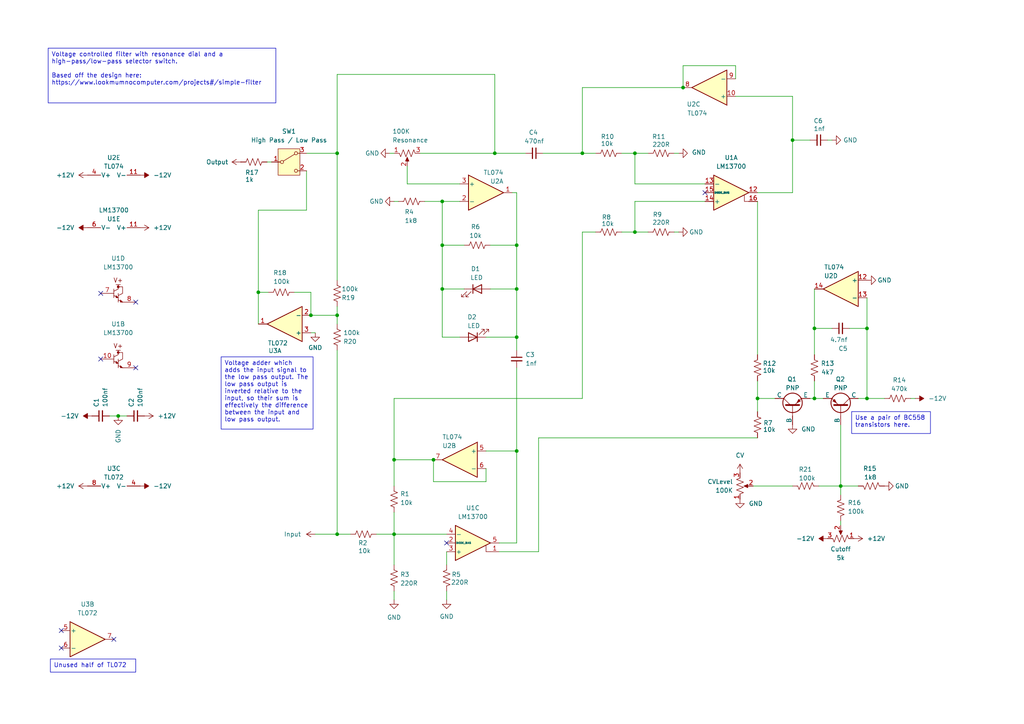
<source format=kicad_sch>
(kicad_sch (version 20231120) (generator "eeschema") (generator_version "8.0")
  (paper "A4")
  (lib_symbols
    (symbol "Amplifier_Operational:LM13700" (pin_names (offset 0.127))
      (property "Reference" "U" (at 3.81 5.08 0))
      (property "Value" "LM13700" (at 5.08 -5.08 0))
      (symbol "LM13700_1_1"
        (polyline (pts (xy 3.81 -0.635) (xy 3.81 -2.54) (xy 5.08 -2.54)))
        (polyline (pts (xy 5.08 0) (xy -5.08 -5.08) (xy -5.08 5.08) (xy 5.08 0)) (stroke (width 0.254)) (fill (type background)))
        (pin output line (at 7.62 0 180) (length 2.54) (name "~") (number "12"))
        (pin input line (at -7.62 2.54 0) (length 2.54) (name "-") (number "13"))
        (pin input line (at -7.62 -2.54 0) (length 2.54) (name "+") (number "14"))
        (pin input line (at -7.62 0 0) (length 2.54) (name "DIODE_BIAS") (number "15"))
        (pin input line (at 7.62 -2.54 180) (length 2.54) (name "~") (number "16"))
      )
      (symbol "LM13700_2_0"
        (polyline (pts (xy -1.905 2.54) (xy -3.175 2.54)))
      )
      (symbol "LM13700_2_1"
        (circle (center -2.54 1.905) (radius 0.254) (stroke (width 0.254)) (fill (type outline)))
        (polyline (pts (xy -3.81 -0.635) (xy -2.54 -1.27)))
        (polyline (pts (xy -3.81 1.27) (xy -3.81 -1.27)))
        (polyline (pts (xy -2.54 -1.905) (xy -1.27 -2.54)))
        (polyline (pts (xy -2.54 0) (xy -2.54 -2.54)))
        (polyline (pts (xy -3.81 0.635) (xy -2.54 1.27) (xy -2.54 1.905) (xy -2.54 2.54)))
        (polyline (pts (xy -2.54 -1.27) (xy -3.175 -0.635) (xy -3.175 -1.27) (xy -2.54 -1.27)) (fill (type outline)))
        (polyline (pts (xy -2.54 -0.635) (xy -1.27 0) (xy -1.27 1.905) (xy -2.54 1.905)))
        (polyline (pts (xy -1.27 -2.54) (xy -1.905 -1.905) (xy -1.905 -2.54) (xy -1.27 -2.54)) (fill (type outline)))
        (text "V+" (at -2.54 3.81 0) (effects (font (size 1.27 1.27))))
        (pin input line (at -7.62 0 0) (length 3.81) (name "~") (number "10"))
        (pin output line (at 2.54 -2.54 180) (length 3.81) (name "~") (number "9"))
      )
      (symbol "LM13700_3_1"
        (polyline (pts (xy 3.81 -0.635) (xy 3.81 -2.54) (xy 5.08 -2.54)))
        (polyline (pts (xy 5.08 0) (xy -5.08 -5.08) (xy -5.08 5.08) (xy 5.08 0)) (stroke (width 0.254)) (fill (type background)))
        (pin input line (at 7.62 -2.54 180) (length 2.54) (name "~") (number "1"))
        (pin input line (at -7.62 0 0) (length 2.54) (name "DIODE_BIAS") (number "2"))
        (pin input line (at -7.62 -2.54 0) (length 2.54) (name "+") (number "3"))
        (pin input line (at -7.62 2.54 0) (length 2.54) (name "-") (number "4"))
        (pin output line (at 7.62 0 180) (length 2.54) (name "~") (number "5"))
      )
      (symbol "LM13700_4_0"
        (polyline (pts (xy -3.175 2.54) (xy -1.905 2.54)))
        (text "V+" (at -2.54 3.81 0) (effects (font (size 1.27 1.27))))
      )
      (symbol "LM13700_4_1"
        (circle (center -2.54 1.905) (radius 0.254) (stroke (width 0.254)) (fill (type outline)))
        (polyline (pts (xy -3.81 -0.635) (xy -2.54 -1.27)))
        (polyline (pts (xy -3.81 1.27) (xy -3.81 -1.27)))
        (polyline (pts (xy -2.54 -1.905) (xy -1.27 -2.54)))
        (polyline (pts (xy -2.54 0) (xy -2.54 -2.54)))
        (polyline (pts (xy -3.81 0.635) (xy -2.54 1.27) (xy -2.54 2.54)))
        (polyline (pts (xy -2.54 -1.27) (xy -3.175 -0.635) (xy -3.175 -1.27) (xy -2.54 -1.27)) (fill (type outline)))
        (polyline (pts (xy -2.54 -0.635) (xy -1.27 0) (xy -1.27 1.905) (xy -2.54 1.905)))
        (polyline (pts (xy -1.27 -2.54) (xy -1.905 -1.905) (xy -1.905 -2.54) (xy -1.27 -2.54)) (fill (type outline)))
        (pin input line (at -7.62 0 0) (length 3.81) (name "~") (number "7"))
        (pin output line (at 2.54 -2.54 180) (length 3.81) (name "~") (number "8"))
      )
      (symbol "LM13700_5_1"
        (pin power_in line (at -2.54 7.62 270) (length 3.81) (name "V+") (number "11"))
        (pin power_in line (at -2.54 -7.62 90) (length 3.81) (name "V-") (number "6"))
      )
    )
    (symbol "Amplifier_Operational:TL072" (pin_names (offset 0.127))
      (property "Reference" "U" (at 0 5.08 0))
      (property "Value" "TL072" (at 0 -5.08 0))
      (symbol "TL072_1_1"
        (polyline (pts (xy -5.08 5.08) (xy 5.08 0) (xy -5.08 -5.08) (xy -5.08 5.08)) (stroke (width 0.254)) (fill (type background)))
        (pin output line (at 7.62 0 180) (length 2.54) (name "~") (number "1"))
        (pin input line (at -7.62 -2.54 0) (length 2.54) (name "-") (number "2"))
        (pin input line (at -7.62 2.54 0) (length 2.54) (name "+") (number "3"))
      )
      (symbol "TL072_2_1"
        (polyline (pts (xy -5.08 5.08) (xy 5.08 0) (xy -5.08 -5.08) (xy -5.08 5.08)) (stroke (width 0.254)) (fill (type background)))
        (pin input line (at -7.62 2.54 0) (length 2.54) (name "+") (number "5"))
        (pin input line (at -7.62 -2.54 0) (length 2.54) (name "-") (number "6"))
        (pin output line (at 7.62 0 180) (length 2.54) (name "~") (number "7"))
      )
      (symbol "TL072_3_1"
        (pin power_in line (at -2.54 -7.62 90) (length 3.81) (name "V-") (number "4"))
        (pin power_in line (at -2.54 7.62 270) (length 3.81) (name "V+") (number "8"))
      )
    )
    (symbol "Amplifier_Operational:TL074" (pin_names (offset 0.127))
      (property "Reference" "U" (at 0 5.08 0))
      (property "Value" "TL074" (at 0 -5.08 0))
      (symbol "TL074_1_1"
        (polyline (pts (xy -5.08 5.08) (xy 5.08 0) (xy -5.08 -5.08) (xy -5.08 5.08)) (stroke (width 0.254)) (fill (type background)))
        (pin output line (at 7.62 0 180) (length 2.54) (name "~") (number "1"))
        (pin input line (at -7.62 -2.54 0) (length 2.54) (name "-") (number "2"))
        (pin input line (at -7.62 2.54 0) (length 2.54) (name "+") (number "3"))
      )
      (symbol "TL074_2_1"
        (polyline (pts (xy -5.08 5.08) (xy 5.08 0) (xy -5.08 -5.08) (xy -5.08 5.08)) (stroke (width 0.254)) (fill (type background)))
        (pin input line (at -7.62 2.54 0) (length 2.54) (name "+") (number "5"))
        (pin input line (at -7.62 -2.54 0) (length 2.54) (name "-") (number "6"))
        (pin output line (at 7.62 0 180) (length 2.54) (name "~") (number "7"))
      )
      (symbol "TL074_3_1"
        (polyline (pts (xy -5.08 5.08) (xy 5.08 0) (xy -5.08 -5.08) (xy -5.08 5.08)) (stroke (width 0.254)) (fill (type background)))
        (pin input line (at -7.62 2.54 0) (length 2.54) (name "+") (number "10"))
        (pin output line (at 7.62 0 180) (length 2.54) (name "~") (number "8"))
        (pin input line (at -7.62 -2.54 0) (length 2.54) (name "-") (number "9"))
      )
      (symbol "TL074_4_1"
        (polyline (pts (xy -5.08 5.08) (xy 5.08 0) (xy -5.08 -5.08) (xy -5.08 5.08)) (stroke (width 0.254)) (fill (type background)))
        (pin input line (at -7.62 2.54 0) (length 2.54) (name "+") (number "12"))
        (pin input line (at -7.62 -2.54 0) (length 2.54) (name "-") (number "13"))
        (pin output line (at 7.62 0 180) (length 2.54) (name "~") (number "14"))
      )
      (symbol "TL074_5_1"
        (pin power_in line (at -2.54 -7.62 90) (length 3.81) (name "V-") (number "11"))
        (pin power_in line (at -2.54 7.62 270) (length 3.81) (name "V+") (number "4"))
      )
    )
    (symbol "Device:C_Small" (pin_numbers hide) (pin_names (offset 0.254) hide)
      (property "Reference" "C" (at 0.254 1.778 0))
      (property "Value" "C_Small" (at 0.254 -2.032 0))
      (symbol "C_Small_0_1"
        (polyline (pts (xy -1.524 -0.508) (xy 1.524 -0.508)) (stroke (width 0.3302)))
        (polyline (pts (xy -1.524 0.508) (xy 1.524 0.508)) (stroke (width 0.3048)))
      )
      (symbol "C_Small_1_1"
        (pin passive line (at 0 2.54 270) (length 2.032) (name "~") (number "1"))
        (pin passive line (at 0 -2.54 90) (length 2.032) (name "~") (number "2"))
      )
    )
    (symbol "Device:LED" (pin_numbers hide) (pin_names (offset 1.016) hide)
      (property "Reference" "D" (at 0 2.54 0))
      (property "Value" "LED" (at 0 -2.54 0))
      (symbol "LED_0_1"
        (polyline (pts (xy -1.27 -1.27) (xy -1.27 1.27)) (stroke (width 0.254)))
        (polyline (pts (xy -1.27 0) (xy 1.27 0)))
        (polyline (pts (xy 1.27 -1.27) (xy 1.27 1.27) (xy -1.27 0) (xy 1.27 -1.27)) (stroke (width 0.254)))
        (polyline (pts (xy -3.048 -0.762) (xy -4.572 -2.286) (xy -3.81 -2.286) (xy -4.572 -2.286) (xy -4.572 -1.524)))
        (polyline (pts (xy -1.778 -0.762) (xy -3.302 -2.286) (xy -2.54 -2.286) (xy -3.302 -2.286) (xy -3.302 -1.524)))
      )
      (symbol "LED_1_1"
        (pin passive line (at -3.81 0 0) (length 2.54) (name "K") (number "1"))
        (pin passive line (at 3.81 0 180) (length 2.54) (name "A") (number "2"))
      )
    )
    (symbol "Device:R_Potentiometer_US" (pin_names (offset 1.016) hide)
      (property "Reference" "RV" (at -4.445 0 90))
      (property "Value" "R_Potentiometer_US" (at -2.54 0 90))
      (symbol "R_Potentiometer_US_0_1"
        (polyline (pts (xy 0 -2.286) (xy 0 -2.54)))
        (polyline (pts (xy 0 2.54) (xy 0 2.286)))
        (polyline (pts (xy 2.54 0) (xy 1.524 0)))
        (polyline (pts (xy 1.143 0) (xy 2.286 0.508) (xy 2.286 -0.508) (xy 1.143 0)) (fill (type outline)))
        (polyline (pts (xy 0 -0.762) (xy 1.016 -1.143) (xy 0 -1.524) (xy -1.016 -1.905) (xy 0 -2.286)))
        (polyline (pts (xy 0 0.762) (xy 1.016 0.381) (xy 0 0) (xy -1.016 -0.381) (xy 0 -0.762)))
        (polyline (pts (xy 0 2.286) (xy 1.016 1.905) (xy 0 1.524) (xy -1.016 1.143) (xy 0 0.762)))
      )
      (symbol "R_Potentiometer_US_1_1"
        (pin passive line (at 0 3.81 270) (length 1.27) (name "1") (number "1"))
        (pin passive line (at 3.81 0 180) (length 1.27) (name "2") (number "2"))
        (pin passive line (at 0 -3.81 90) (length 1.27) (name "3") (number "3"))
      )
    )
    (symbol "Device:R_US" (pin_numbers hide) (pin_names (offset 0))
      (property "Reference" "R" (at 2.54 0 90))
      (property "Value" "R_US" (at -2.54 0 90))
      (symbol "R_US_0_1"
        (polyline (pts (xy 0 -2.286) (xy 0 -2.54)))
        (polyline (pts (xy 0 2.286) (xy 0 2.54)))
        (polyline (pts (xy 0 -0.762) (xy 1.016 -1.143) (xy 0 -1.524) (xy -1.016 -1.905) (xy 0 -2.286)))
        (polyline (pts (xy 0 0.762) (xy 1.016 0.381) (xy 0 0) (xy -1.016 -0.381) (xy 0 -0.762)))
        (polyline (pts (xy 0 2.286) (xy 1.016 1.905) (xy 0 1.524) (xy -1.016 1.143) (xy 0 0.762)))
      )
      (symbol "R_US_1_1"
        (pin passive line (at 0 3.81 270) (length 1.27) (name "~") (number "1"))
        (pin passive line (at 0 -3.81 90) (length 1.27) (name "~") (number "2"))
      )
    )
    (symbol "Simulation_SPICE:PNP" (pin_numbers hide) (pin_names (offset 0))
      (property "Reference" "Q" (at -2.54 7.62 0))
      (property "Value" "PNP" (at -2.54 5.08 0))
      (symbol "PNP_0_1"
        (polyline (pts (xy -2.54 0) (xy 0.635 0)) (stroke (width 0.1524)))
        (polyline (pts (xy 0.635 0.635) (xy 2.54 2.54)))
        (polyline (pts (xy 0.635 -0.635) (xy 2.54 -2.54) (xy 2.54 -2.54)))
        (polyline (pts (xy 0.635 1.905) (xy 0.635 -1.905) (xy 0.635 -1.905)) (stroke (width 0.508)))
        (polyline (pts (xy 2.286 -1.778) (xy 1.778 -2.286) (xy 1.27 -1.27) (xy 2.286 -1.778) (xy 2.286 -1.778)) (fill (type outline)))
        (circle (center 1.27 0) (radius 2.8194) (stroke (width 0.254)))
      )
      (symbol "PNP_1_1"
        (pin open_collector line (at 2.54 5.08 270) (length 2.54) (name "C") (number "1"))
        (pin input line (at -5.08 0 0) (length 2.54) (name "B") (number "2"))
        (pin open_emitter line (at 2.54 -5.08 90) (length 2.54) (name "E") (number "3"))
      )
    )
    (symbol "Switch:SW_SPDT_312" (pin_names (offset 1) hide)
      (property "Reference" "SW" (at 0 5.08 0))
      (property "Value" "SW_SPDT_312" (at 0 -5.08 0))
      (symbol "SW_SPDT_312_0_1"
        (circle (center -2.032 0) (radius 0.4572))
        (polyline (pts (xy -1.651 0.254) (xy 1.651 2.286)))
        (circle (center 2.032 -2.54) (radius 0.4572))
        (circle (center 2.032 2.54) (radius 0.4572))
      )
      (symbol "SW_SPDT_312_1_1"
        (rectangle (start -3.175 3.81) (end 3.175 -3.81) (fill (type background)))
        (pin passive line (at -5.08 0 0) (length 2.54) (name "B") (number "1"))
        (pin passive line (at 5.08 -2.54 180) (length 2.54) (name "C") (number "2"))
        (pin passive line (at 5.08 2.54 180) (length 2.54) (name "A") (number "3"))
      )
    )
    (symbol "power:+12V" (power) (pin_names (offset 0))
      (property "Value" "+12V" (at 0 3.556 0))
      (symbol "+12V_0_1"
        (polyline (pts (xy -0.762 1.27) (xy 0 2.54)))
        (polyline (pts (xy 0 0) (xy 0 2.54)))
        (polyline (pts (xy 0 2.54) (xy 0.762 1.27)))
      )
      (symbol "+12V_1_1"
        (pin power_in line (at 0 0 90) (length 0) hide (name "+12V") (number "1"))
      )
    )
    (symbol "power:+1V0" (power) (pin_numbers hide) (pin_names (offset 0) hide)
      (property "Value" "+1V0" (at 0 3.556 0))
      (symbol "+1V0_0_1"
        (polyline (pts (xy -0.762 1.27) (xy 0 2.54)))
        (polyline (pts (xy 0 0) (xy 0 2.54)))
        (polyline (pts (xy 0 2.54) (xy 0.762 1.27)))
      )
      (symbol "+1V0_1_1"
        (pin power_in line (at 0 0 90) (length 0) (name "~") (number "1"))
      )
    )
    (symbol "power:-12V" (power) (pin_names (offset 0))
      (property "Value" "-12V" (at 0 3.81 0))
      (symbol "-12V_0_0"
        (pin power_in line (at 0 0 90) (length 0) hide (name "-12V") (number "1"))
      )
      (symbol "-12V_0_1"
        (polyline (pts (xy 0 0) (xy 0 1.27) (xy 0.762 1.27) (xy 0 2.54) (xy -0.762 1.27) (xy 0 1.27)) (fill (type outline)))
      )
    )
    (symbol "power:GND" (power) (pin_names (offset 0))
      (property "Value" "GND" (at 0 -3.81 0))
      (symbol "GND_0_1"
        (polyline (pts (xy 0 0) (xy 0 -1.27) (xy 1.27 -1.27) (xy 0 -2.54) (xy -1.27 -1.27) (xy 0 -1.27)))
      )
      (symbol "GND_1_1"
        (pin power_in line (at 0 0 270) (length 0) hide (name "GND") (number "1"))
      )
    )
  )
  (junction (at 128.27 58.42))
  (junction (at 236.22 95.25))
  (junction (at 251.46 115.57))
  (junction (at 143.51 44.45))
  (junction (at 236.22 115.57))
  (junction (at 198.12 25.4))
  (junction (at 149.86 130.81))
  (junction (at 168.91 44.45))
  (junction (at 229.87 40.64))
  (junction (at 251.46 95.25))
  (junction (at 74.93 84.7725))
  (junction (at 128.27 71.12))
  (junction (at 114.3 133.35))
  (junction (at 243.84 140.97))
  (junction (at 97.79 91.44))
  (junction (at 34.29 120.65))
  (junction (at 149.86 97.79))
  (junction (at 97.79 154.94))
  (junction (at 149.86 83.82))
  (junction (at 219.71 115.57))
  (junction (at 125.73 133.35))
  (junction (at 97.79 44.45))
  (junction (at 90.17 91.44))
  (junction (at 184.15 44.45))
  (junction (at 184.15 67.31))
  (junction (at 128.27 83.82))
  (junction (at 114.3 154.94))
  (junction (at 149.86 71.12))
  (no_connect (at 17.78 182.88))
  (no_connect (at 204.47 55.88))
  (no_connect (at 17.78 187.96))
  (no_connect (at 33.02 185.42))
  (no_connect (at 39.37 87.63))
  (no_connect (at 29.21 85.09))
  (no_connect (at 39.37 106.68))
  (no_connect (at 29.21 104.14))
  (no_connect (at 129.54 157.48))
  (wire (pts (xy 236.22 115.57) (xy 234.95 115.57)))
  (wire (pts (xy 78.74 46.99) (xy 77.47 46.99)))
  (wire (pts (xy 114.3 133.35) (xy 125.73 133.35)))
  (wire (pts (xy 219.71 58.42) (xy 219.71 102.87)))
  (wire (pts (xy 237.49 140.97) (xy 243.84 140.97)))
  (wire (pts (xy 88.9 44.45) (xy 97.79 44.45)))
  (wire (pts (xy 195.58 67.31) (xy 196.85 67.31)))
  (wire (pts (xy 168.91 67.31) (xy 168.91 115.57)))
  (wire (pts (xy 256.54 115.57) (xy 251.46 115.57)))
  (wire (pts (xy 184.15 53.34) (xy 204.47 53.34)))
  (wire (pts (xy 219.71 115.57) (xy 219.71 119.38)))
  (wire (pts (xy 198.12 19.05) (xy 198.12 25.4)))
  (wire (pts (xy 129.54 163.83) (xy 129.54 160.02)))
  (wire (pts (xy 229.87 27.94) (xy 229.87 40.64)))
  (wire (pts (xy 229.87 40.64) (xy 234.95 40.64)))
  (wire (pts (xy 97.79 81.28) (xy 97.79 44.45)))
  (wire (pts (xy 128.27 83.82) (xy 128.27 97.79)))
  (wire (pts (xy 140.97 97.79) (xy 149.86 97.79)))
  (wire (pts (xy 149.86 106.68) (xy 149.86 130.81)))
  (wire (pts (xy 148.59 55.88) (xy 149.86 55.88)))
  (wire (pts (xy 97.79 154.94) (xy 101.6 154.94)))
  (wire (pts (xy 184.15 58.42) (xy 184.15 67.31)))
  (wire (pts (xy 128.27 83.82) (xy 134.62 83.82)))
  (wire (pts (xy 219.71 110.49) (xy 219.71 115.57)))
  (wire (pts (xy 128.27 58.42) (xy 128.27 71.12)))
  (wire (pts (xy 97.79 101.6) (xy 97.79 154.94)))
  (wire (pts (xy 77.7875 84.7725) (xy 74.93 84.7725)))
  (wire (pts (xy 180.34 44.45) (xy 184.15 44.45)))
  (wire (pts (xy 114.3 173.99) (xy 114.3 171.45)))
  (wire (pts (xy 251.46 115.57) (xy 248.92 115.57)))
  (wire (pts (xy 123.19 58.42) (xy 128.27 58.42)))
  (wire (pts (xy 184.15 44.45) (xy 184.15 53.34)))
  (wire (pts (xy 149.86 83.82) (xy 149.86 97.79)))
  (wire (pts (xy 140.97 135.89) (xy 140.97 139.7)))
  (wire (pts (xy 118.11 53.34) (xy 133.35 53.34)))
  (wire (pts (xy 243.84 123.19) (xy 243.84 140.97)))
  (wire (pts (xy 168.91 67.31) (xy 172.72 67.31)))
  (wire (pts (xy 213.36 27.94) (xy 229.87 27.94)))
  (wire (pts (xy 133.35 58.42) (xy 128.27 58.42)))
  (wire (pts (xy 140.97 130.81) (xy 149.86 130.81)))
  (wire (pts (xy 142.24 71.12) (xy 149.86 71.12)))
  (wire (pts (xy 74.93 60.96) (xy 88.9 60.96)))
  (wire (pts (xy 168.91 44.45) (xy 157.48 44.45)))
  (wire (pts (xy 129.54 173.99) (xy 129.54 171.45)))
  (wire (pts (xy 184.15 67.31) (xy 187.96 67.31)))
  (wire (pts (xy 97.79 91.44) (xy 97.79 93.98)))
  (wire (pts (xy 114.3 115.57) (xy 168.91 115.57)))
  (wire (pts (xy 218.44 140.97) (xy 229.87 140.97)))
  (wire (pts (xy 156.21 127) (xy 219.71 127)))
  (wire (pts (xy 113.03 44.45) (xy 114.3 44.45)))
  (wire (pts (xy 243.84 140.97) (xy 248.92 140.97)))
  (wire (pts (xy 213.36 22.86) (xy 213.36 19.05)))
  (wire (pts (xy 251.46 95.25) (xy 251.46 115.57)))
  (wire (pts (xy 140.97 139.7) (xy 125.73 139.7)))
  (wire (pts (xy 74.93 84.7725) (xy 74.93 93.98)))
  (wire (pts (xy 144.78 160.02) (xy 156.21 160.02)))
  (wire (pts (xy 180.34 67.31) (xy 184.15 67.31)))
  (wire (pts (xy 236.22 95.25) (xy 241.3 95.25)))
  (wire (pts (xy 118.11 48.26) (xy 118.11 53.34)))
  (wire (pts (xy 168.91 44.45) (xy 172.72 44.45)))
  (wire (pts (xy 156.21 160.02) (xy 156.21 127)))
  (wire (pts (xy 246.38 95.25) (xy 251.46 95.25)))
  (wire (pts (xy 114.3 140.97) (xy 114.3 133.35)))
  (wire (pts (xy 90.17 91.44) (xy 90.17 84.7725)))
  (wire (pts (xy 195.58 44.45) (xy 196.85 44.45)))
  (wire (pts (xy 264.16 115.57) (xy 265.43 115.57)))
  (wire (pts (xy 149.86 71.12) (xy 149.86 83.82)))
  (wire (pts (xy 213.36 19.05) (xy 198.12 19.05)))
  (wire (pts (xy 236.22 83.82) (xy 236.22 95.25)))
  (wire (pts (xy 219.71 115.57) (xy 224.79 115.57)))
  (wire (pts (xy 36.83 120.65) (xy 34.29 120.65)))
  (wire (pts (xy 243.84 143.51) (xy 243.84 140.97)))
  (wire (pts (xy 184.15 44.45) (xy 187.96 44.45)))
  (wire (pts (xy 34.29 120.65) (xy 31.75 120.65)))
  (wire (pts (xy 128.27 97.79) (xy 133.35 97.79)))
  (wire (pts (xy 143.51 44.45) (xy 152.4 44.45)))
  (wire (pts (xy 74.93 60.96) (xy 74.93 84.7725)))
  (wire (pts (xy 97.79 21.59) (xy 97.79 44.45)))
  (wire (pts (xy 229.87 40.64) (xy 229.87 55.88)))
  (wire (pts (xy 149.86 130.81) (xy 149.86 157.48)))
  (wire (pts (xy 91.44 154.94) (xy 97.79 154.94)))
  (wire (pts (xy 97.79 21.59) (xy 143.51 21.59)))
  (wire (pts (xy 114.3 154.94) (xy 114.3 163.83)))
  (wire (pts (xy 90.17 91.44) (xy 97.79 91.44)))
  (wire (pts (xy 125.73 139.7) (xy 125.73 133.35)))
  (wire (pts (xy 251.46 86.36) (xy 251.46 95.25)))
  (wire (pts (xy 114.3 154.94) (xy 129.54 154.94)))
  (wire (pts (xy 91.44 96.52) (xy 90.17 96.52)))
  (wire (pts (xy 109.22 154.94) (xy 114.3 154.94)))
  (wire (pts (xy 149.86 55.88) (xy 149.86 71.12)))
  (wire (pts (xy 142.24 83.82) (xy 149.86 83.82)))
  (wire (pts (xy 240.03 40.64) (xy 241.3 40.64)))
  (wire (pts (xy 90.17 84.7725) (xy 85.4075 84.7725)))
  (wire (pts (xy 168.91 25.4) (xy 198.12 25.4)))
  (wire (pts (xy 144.78 157.48) (xy 149.86 157.48)))
  (wire (pts (xy 219.71 55.88) (xy 229.87 55.88)))
  (wire (pts (xy 114.3 148.59) (xy 114.3 154.94)))
  (wire (pts (xy 143.51 21.59) (xy 143.51 44.45)))
  (wire (pts (xy 204.47 58.42) (xy 184.15 58.42)))
  (wire (pts (xy 128.27 71.12) (xy 134.62 71.12)))
  (wire (pts (xy 168.91 25.4) (xy 168.91 44.45)))
  (wire (pts (xy 97.79 88.9) (xy 97.79 91.44)))
  (wire (pts (xy 114.3 115.57) (xy 114.3 133.35)))
  (wire (pts (xy 236.22 95.25) (xy 236.22 102.87)))
  (wire (pts (xy 115.57 58.42) (xy 114.3 58.42)))
  (wire (pts (xy 88.9 49.53) (xy 88.9 60.96)))
  (wire (pts (xy 149.86 97.79) (xy 149.86 101.6)))
  (wire (pts (xy 236.22 110.49) (xy 236.22 115.57)))
  (wire (pts (xy 243.84 151.13) (xy 243.84 152.4)))
  (wire (pts (xy 128.27 71.12) (xy 128.27 83.82)))
  (wire (pts (xy 121.92 44.45) (xy 143.51 44.45)))
  (wire (pts (xy 238.76 115.57) (xy 236.22 115.57)))
  (text_box "Unused half of TL072" (at 14.605 191.135 0) (size 24.765 3.81) (effects (font (size 1.27 1.27)) (justify left top)))
  (text_box "Use a pair of BC558 transistors here." (at 247.015 119.38 0) (size 22.86 6.35) (effects (font (size 1.27 1.27)) (justify left top)))
  (text_box "Voltage controlled filter with resonance dial and a high-pass/low-pass selector switch.\n\nBased off the design here: https://www.lookmumnocomputer.com/projects#/simple-filter" (at 13.97 13.97 0) (size 66.04 15.875) (effects (font (size 1.27 1.27)) (justify left top)))
  (text_box "Voltage adder which adds the input signal to the low pass output. The low pass output is inverted relative to the input, so their sum is effectively the difference between the input and low pass output." (at 64.135 103.505 0) (size 26.67 20.955) (effects (font (size 1.27 1.27)) (justify left top)))
  (symbol (lib_id "Device:R_US") (at 129.54 167.64 0) (mirror x) (unit 1)
    (property "Reference" "R5" (at 132.334 166.624 0))
    (property "Value" "220R" (at 133.35 168.91 0))
  )
  (symbol (lib_id "power:GND") (at 114.3 58.42 270) (unit 1)
    (property "Reference" "#PWR011" (effects (hide yes)))
    (property "Value" "GND" (at 109.22 58.42 90))
  )
  (symbol (lib_id "Simulation_SPICE:PNP") (at 229.87 118.11 90) (unit 1)
    (property "Reference" "Q2" (at 245.11 109.982 90) (effects (justify left)))
    (property "Value" "PNP" (at 245.872 112.522 90) (effects (justify left)))
    (property "Sim.Device" "PNP" (effects (hide yes)))
    (property "Sim.Type" "GUMMELPOON" (effects (hide yes)))
    (property "Sim.Pins" "1=C 2=B 3=E" (effects (hide yes)))
  )
  (symbol (lib_id "Device:R_US") (at 114.3 167.64 0) (unit 1)
    (property "Reference" "R3" (at 116.078 166.624 0) (effects (justify left)))
    (property "Value" "220R" (at 116.078 169.164 0) (effects (justify left)))
  )
  (symbol (lib_id "Device:R_US") (at 138.43 71.12 270) (unit 1)
    (property "Reference" "R6" (at 137.922 65.786 90))
    (property "Value" "10k" (at 137.922 68.326 90))
  )
  (symbol (lib_id "power:+1V0") (at 69.85 46.99 90) (unit 1)
    (property "Reference" "#PWR08" (effects (hide yes)))
    (property "Value" "Output" (at 62.992 46.99 90))
    (property "Description" "Power symbol creates a global label with name \"+1V0\"" (effects (hide yes)))
  )
  (symbol (lib_id "Device:C_Small") (at 29.21 120.65 90) (unit 1)
    (property "Reference" "C1" (at 27.9463 118.11 0) (effects (justify left)))
    (property "Value" "100nf" (at 30.4863 118.11 0) (effects (justify left)))
  )
  (symbol (lib_id "power:GND") (at 91.44 96.52 0) (unit 1)
    (property "Reference" "#PWR025" (effects (hide yes)))
    (property "Value" "GND" (at 91.44 100.838 0))
  )
  (symbol (lib_id "power:GND") (at 241.3 40.64 90) (unit 1)
    (property "Reference" "#PWR017" (effects (hide yes)))
    (property "Value" "GND" (at 246.634 40.64 90))
  )
  (symbol (lib_id "Amplifier_Operational:LM13700") (at 33.02 68.58 270) (unit 5)
    (property "Reference" "U1" (at 33.02 63.5 90))
    (property "Value" "LM13700" (at 33.02 60.96 90))
    (property "Datasheet" "http://www.ti.com/lit/ds/symlink/lm13700.pdf" (effects (hide yes)))
  )
  (symbol (lib_id "Amplifier_Operational:TL072") (at 25.4 185.42 0) (unit 2)
    (property "Reference" "U3" (at 25.4 175.26 0))
    (property "Value" "TL072" (at 25.4 177.8 0))
    (property "Datasheet" "http://www.ti.com/lit/ds/symlink/tl071.pdf" (effects (hide yes)))
    (property "Description" "Dual Low-Noise JFET-Input Operational Amplifiers, DIP-8/SOIC-8" (effects (hide yes)))
  )
  (symbol (lib_id "Device:R_US") (at 114.3 144.78 0) (unit 1)
    (property "Reference" "R1" (at 116.078 143.256 0) (effects (justify left)))
    (property "Value" "10k" (at 116.078 145.796 0) (effects (justify left)))
  )
  (symbol (lib_id "Amplifier_Operational:TL072") (at 33.02 138.43 90) (unit 3)
    (property "Reference" "U3" (at 33.02 135.89 90))
    (property "Value" "TL072" (at 33.02 138.43 90))
    (property "Datasheet" "http://www.ti.com/lit/ds/symlink/tl071.pdf" (effects (hide yes)))
    (property "Description" "Dual Low-Noise JFET-Input Operational Amplifiers, DIP-8/SOIC-8" (effects (hide yes)))
  )
  (symbol (lib_id "power:GND") (at 256.54 140.97 90) (mirror x) (unit 1)
    (property "Reference" "#PWR020" (effects (hide yes)))
    (property "Value" "GND" (at 261.62 140.97 90))
  )
  (symbol (lib_id "Device:R_US") (at 81.5975 84.7725 270) (unit 1)
    (property "Reference" "R18" (at 79.248 79.121 90) (effects (justify left)))
    (property "Value" "100k" (at 79.248 81.661 90) (effects (justify left)))
  )
  (symbol (lib_id "Device:R_US") (at 219.71 106.68 0) (mirror x) (unit 1)
    (property "Reference" "R12" (at 221.234 105.41 0) (effects (justify left)))
    (property "Value" "10k" (at 221.234 107.442 0) (effects (justify left)))
  )
  (symbol (lib_id "Amplifier_Operational:LM13700") (at 212.09 55.88 0) (unit 1)
    (property "Reference" "U1" (at 212.09 45.72 0))
    (property "Value" "LM13700" (at 212.09 48.26 0))
    (property "Datasheet" "http://www.ti.com/lit/ds/symlink/lm13700.pdf" (effects (hide yes)))
  )
  (symbol (lib_id "Device:R_US") (at 191.77 67.31 90) (unit 1)
    (property "Reference" "R9" (at 192.024 62.23 90) (effects (justify left)))
    (property "Value" "220R" (at 194.31 64.516 90) (effects (justify left)))
  )
  (symbol (lib_id "power:GND") (at 129.54 173.99 0) (mirror y) (unit 1)
    (property "Reference" "#PWR012" (effects (hide yes)))
    (property "Value" "GND" (at 127.508 178.816 0) (effects (justify right)))
  )
  (symbol (lib_id "Device:R_US") (at 73.66 46.99 270) (unit 1)
    (property "Reference" "R17" (at 71.12 50.038 90) (effects (justify left)))
    (property "Value" "1k" (at 71.12 52.07 90) (effects (justify left)))
  )
  (symbol (lib_id "power:GND") (at 196.85 44.45 90) (unit 1)
    (property "Reference" "#PWR016" (effects (hide yes)))
    (property "Value" "GND" (at 200.66 44.196 90) (effects (justify right)))
  )
  (symbol (lib_id "Device:C_Small") (at 39.37 120.65 90) (unit 1)
    (property "Reference" "C2" (at 38.1063 118.11 0) (effects (justify left)))
    (property "Value" "100nf" (at 40.6463 118.11 0) (effects (justify left)))
  )
  (symbol (lib_id "power:GND") (at 114.3 173.99 0) (unit 1)
    (property "Reference" "#PWR010" (effects (hide yes)))
    (property "Value" "GND" (at 114.3 179.07 0))
  )
  (symbol (lib_id "power:+12V") (at 40.64 66.04 270) (unit 1)
    (property "Reference" "#PWR05" (effects (hide yes)))
    (property "Value" "+12V" (at 44.45 66.04 90) (effects (justify left)))
  )
  (symbol (lib_id "power:-12V") (at 240.03 156.21 90) (mirror x) (unit 1)
    (property "Reference" "#PWR021" (effects (hide yes)))
    (property "Value" "-12V" (at 236.22 156.21 90) (effects (justify left)))
  )
  (symbol (lib_id "Device:R_Potentiometer_US") (at 118.11 44.45 90) (mirror x) (unit 1)
    (property "Reference" "Resonance" (at 113.792 40.64 90) (effects (justify right)))
    (property "Value" "100K" (at 113.792 38.1 90) (effects (justify right)))
  )
  (symbol (lib_id "Device:R_US") (at 260.35 115.57 90) (unit 1)
    (property "Reference" "R14" (at 260.858 110.236 90))
    (property "Value" "470k" (at 260.858 112.776 90))
  )
  (symbol (lib_id "power:-12V") (at 265.43 115.57 270) (unit 1)
    (property "Reference" "#PWR018" (effects (hide yes)))
    (property "Value" "-12V" (at 269.24 115.5699 90) (effects (justify left)))
  )
  (symbol (lib_id "Device:C_Small") (at 243.84 95.25 90) (mirror x) (unit 1)
    (property "Reference" "C5" (at 245.872 101.092 90) (effects (justify left)))
    (property "Value" "4.7nf" (at 245.872 98.552 90) (effects (justify left)))
  )
  (symbol (lib_id "Device:C_Small") (at 237.49 40.64 270) (unit 1)
    (property "Reference" "C6" (at 235.966 35.052 90) (effects (justify left)))
    (property "Value" "1nf" (at 235.966 37.338 90) (effects (justify left)))
  )
  (symbol (lib_id "Device:LED") (at 137.16 97.79 180) (unit 1)
    (property "Reference" "D2" (at 136.906 91.948 0))
    (property "Value" "LED" (at 137.414 94.488 0))
  )
  (symbol (lib_id "power:+12V") (at 25.4 140.97 90) (unit 1)
    (property "Reference" "#PWR015" (effects (hide yes)))
    (property "Value" "+12V" (at 21.59 140.9699 90) (effects (justify left)))
  )
  (symbol (lib_id "power:GND") (at 229.87 123.19 0) (unit 1)
    (property "Reference" "#PWR019" (effects (hide yes)))
    (property "Value" "GND" (at 232.41 124.4599 0) (effects (justify left)))
  )
  (symbol (lib_id "power:GND") (at 113.03 44.45 270) (unit 1)
    (property "Reference" "#PWR09" (effects (hide yes)))
    (property "Value" "GND" (at 105.918 44.45 90) (effects (justify left)))
  )
  (symbol (lib_id "Device:R_US") (at 233.68 140.97 90) (mirror x) (unit 1)
    (property "Reference" "R21" (at 231.648 136.144 90) (effects (justify right)))
    (property "Value" "100k" (at 231.648 138.684 90) (effects (justify right)))
  )
  (symbol (lib_id "power:-12V") (at 40.64 50.8 270) (unit 1)
    (property "Reference" "#PWR06" (effects (hide yes)))
    (property "Value" "-12V" (at 44.45 50.8 90) (effects (justify left)))
  )
  (symbol (lib_id "Device:R_US") (at 191.77 44.45 90) (unit 1)
    (property "Reference" "R11" (at 193.04 39.624 90) (effects (justify left)))
    (property "Value" "220R" (at 194.31 41.91 90) (effects (justify left)))
  )
  (symbol (lib_id "Device:R_US") (at 219.71 123.19 0) (unit 1)
    (property "Reference" "R7" (at 222.758 122.682 0))
    (property "Value" "10k" (at 223.139 124.587 0))
  )
  (symbol (lib_id "Amplifier_Operational:TL074") (at 205.74 25.4 180) (unit 3)
    (property "Reference" "U2" (at 203.2 30.226 0) (effects (justify left)))
    (property "Value" "TL074" (at 205.1685 32.8295 0) (effects (justify left)))
    (property "Datasheet" "http://www.ti.com/lit/ds/symlink/tl071.pdf" (effects (hide yes)))
  )
  (symbol (lib_id "power:+12V") (at 41.91 120.65 270) (unit 1)
    (property "Reference" "#PWR07" (effects (hide yes)))
    (property "Value" "+12V" (at 45.72 120.65 90) (effects (justify left)))
  )
  (symbol (lib_id "Amplifier_Operational:TL074") (at 243.84 83.82 0) (mirror y) (unit 4)
    (property "Reference" "U2" (at 239.014 80.01 0) (effects (justify right)))
    (property "Value" "TL074" (at 239.014 77.47 0) (effects (justify right)))
    (property "Datasheet" "http://www.ti.com/lit/ds/symlink/tl071.pdf" (effects (hide yes)))
  )
  (symbol (lib_id "Device:R_US") (at 243.84 147.32 0) (mirror y) (unit 1)
    (property "Reference" "R16" (at 245.872 145.796 0) (effects (justify right)))
    (property "Value" "100k" (at 245.872 148.336 0) (effects (justify right)))
  )
  (symbol (lib_id "Device:R_US") (at 105.41 154.94 270) (unit 1)
    (property "Reference" "R2" (at 103.886 157.48 90) (effects (justify left)))
    (property "Value" "10k" (at 103.886 159.766 90) (effects (justify left)))
  )
  (symbol (lib_id "Device:R_US") (at 236.22 106.68 180) (unit 1)
    (property "Reference" "R13" (at 240.03 105.41 0))
    (property "Value" "4k7" (at 240.03 107.95 0))
  )
  (symbol (lib_id "power:GND") (at 196.85 67.31 90) (unit 1)
    (property "Reference" "#PWR013" (effects (hide yes)))
    (property "Value" "GND" (at 201.93 67.31 90))
  )
  (symbol (lib_id "Device:R_Potentiometer_US") (at 214.63 140.97 0) (mirror x) (unit 1)
    (property "Reference" "CVLevel" (at 212.598 139.7 0) (effects (justify right)))
    (property "Value" "100K" (at 212.598 142.24 0) (effects (justify right)))
  )
  (symbol (lib_id "power:GND") (at 214.63 144.78 0) (unit 1)
    (property "Reference" "#PWR026" (effects (hide yes)))
    (property "Value" "GND" (at 217.17 146.0499 0) (effects (justify left)))
  )
  (symbol (lib_id "Device:C_Small") (at 154.94 44.45 270) (unit 1)
    (property "Reference" "C4" (at 153.3525 38.4175 90) (effects (justify left)))
    (property "Value" "470nf" (at 152.0825 40.9575 90) (effects (justify left)))
  )
  (symbol (lib_id "Amplifier_Operational:LM13700") (at 36.83 85.09 0) (unit 4)
    (property "Reference" "U1" (at 34.29 74.93 0))
    (property "Value" "LM13700" (at 34.29 77.47 0))
    (property "Datasheet" "http://www.ti.com/lit/ds/symlink/lm13700.pdf" (effects (hide yes)))
  )
  (symbol (lib_id "Switch:SW_SPDT_312") (at 83.82 46.99 0) (unit 1)
    (property "Reference" "SW1" (at 83.82 38.1 0))
    (property "Value" "High Pass / Low Pass" (at 83.82 40.64 0))
    (property "Description" "Switch, single pole double throw" (effects (hide yes)))
  )
  (symbol (lib_id "power:+12V") (at 214.63 137.16 0) (mirror y) (unit 1)
    (property "Reference" "#PWR027" (effects (hide yes)))
    (property "Value" "CV" (at 214.63 132.08 0))
  )
  (symbol (lib_id "Device:R_Potentiometer_US") (at 243.84 156.21 270) (mirror x) (unit 1)
    (property "Reference" "Cutoff" (at 243.84 159.258 90))
    (property "Value" "5k" (at 243.84 161.798 90))
  )
  (symbol (lib_id "Amplifier_Operational:TL074") (at 33.02 48.26 90) (unit 5)
    (property "Reference" "U2" (at 33.02 45.72 90))
    (property "Value" "TL074" (at 33.02 48.26 90))
    (property "Datasheet" "http://www.ti.com/lit/ds/symlink/tl071.pdf" (effects (hide yes)))
  )
  (symbol (lib_id "power:-12V") (at 40.64 140.97 270) (unit 1)
    (property "Reference" "#PWR024" (effects (hide yes)))
    (property "Value" "-12V" (at 44.45 140.9699 90) (effects (justify left)))
  )
  (symbol (lib_id "power:+1V0") (at 91.44 154.94 90) (unit 1)
    (property "Reference" "#PWR023" (effects (hide yes)))
    (property "Value" "Input" (at 84.836 154.94 90))
    (property "Description" "Power symbol creates a global label with name \"+1V0\"" (effects (hide yes)))
  )
  (symbol (lib_id "Device:R_US") (at 97.79 97.79 0) (unit 1)
    (property "Reference" "R20" (at 99.568 99.06 0) (effects (justify left)))
    (property "Value" "100k" (at 99.568 96.52 0) (effects (justify left)))
  )
  (symbol (lib_id "Amplifier_Operational:TL074") (at 133.35 133.35 0) (mirror y) (unit 2)
    (property "Reference" "U2" (at 132.334 129.286 0) (effects (justify left)))
    (property "Value" "TL074" (at 134.112 126.746 0) (effects (justify left)))
    (property "Datasheet" "http://www.ti.com/lit/ds/symlink/tl071.pdf" (effects (hide yes)))
  )
  (symbol (lib_id "power:+12V") (at 25.4 50.8 90) (unit 1)
    (property "Reference" "#PWR02" (effects (hide yes)))
    (property "Value" "+12V" (at 21.59 50.8 90) (effects (justify left)))
  )
  (symbol (lib_id "Amplifier_Operational:LM13700") (at 36.83 104.14 0) (unit 2)
    (property "Reference" "U1" (at 34.29 93.98 0))
    (property "Value" "LM13700" (at 34.29 96.52 0))
    (property "Datasheet" "http://www.ti.com/lit/ds/symlink/lm13700.pdf" (effects (hide yes)))
  )
  (symbol (lib_id "Amplifier_Operational:TL072") (at 82.55 93.98 180) (unit 1)
    (property "Reference" "U3" (at 79.756 101.727 0))
    (property "Value" "TL072" (at 80.5815 99.5045 0))
    (property "Datasheet" "http://www.ti.com/lit/ds/symlink/tl071.pdf" (effects (hide yes)))
    (property "Description" "Dual Low-Noise JFET-Input Operational Amplifiers, DIP-8/SOIC-8" (effects (hide yes)))
  )
  (symbol (lib_id "Simulation_SPICE:PNP") (at 243.84 118.11 270) (mirror x) (unit 1)
    (property "Reference" "Q1" (at 228.346 109.982 90) (effects (justify left)))
    (property "Value" "PNP" (at 227.838 112.522 90) (effects (justify left)))
    (property "Sim.Device" "PNP" (effects (hide yes)))
    (property "Sim.Type" "GUMMELPOON" (effects (hide yes)))
    (property "Sim.Pins" "1=C 2=B 3=E" (effects (hide yes)))
  )
  (symbol (lib_id "Device:R_US") (at 176.53 44.45 270) (unit 1)
    (property "Reference" "R10" (at 174.244 39.624 90) (effects (justify left)))
    (property "Value" "10k" (at 174.244 41.656 90) (effects (justify left)))
  )
  (symbol (lib_id "power:GND") (at 34.29 120.65 0) (unit 1)
    (property "Reference" "#PWR04" (effects (hide yes)))
    (property "Value" "GND" (at 34.29 124.46 90) (effects (justify right)))
  )
  (symbol (lib_id "Amplifier_Operational:TL074") (at 140.97 55.88 0) (unit 1)
    (property "Reference" "U2" (at 146.05 52.578 0) (effects (justify right)))
    (property "Value" "TL074" (at 146.05 50.038 0) (effects (justify right)))
    (property "Datasheet" "http://www.ti.com/lit/ds/symlink/tl071.pdf" (effects (hide yes)))
  )
  (symbol (lib_id "power:+12V") (at 247.65 156.21 270) (mirror x) (unit 1)
    (property "Reference" "#PWR022" (effects (hide yes)))
    (property "Value" "+12V" (at 251.46 156.21 90) (effects (justify left)))
  )
  (symbol (lib_id "power:-12V") (at 25.4 66.04 90) (unit 1)
    (property "Reference" "#PWR01" (effects (hide yes)))
    (property "Value" "-12V" (at 21.59 66.04 90) (effects (justify left)))
  )
  (symbol (lib_id "Device:LED") (at 138.43 83.82 0) (unit 1)
    (property "Reference" "D1" (at 137.922 77.978 0))
    (property "Value" "LED" (at 138.2395 80.518 0))
  )
  (symbol (lib_id "Amplifier_Operational:LM13700") (at 137.16 157.48 0) (unit 3)
    (property "Reference" "U1" (at 137.16 147.32 0))
    (property "Value" "LM13700" (at 137.16 149.86 0))
    (property "Datasheet" "http://www.ti.com/lit/ds/symlink/lm13700.pdf" (effects (hide yes)))
  )
  (symbol (lib_id "power:GND") (at 251.46 81.28 90) (mirror x) (unit 1)
    (property "Reference" "#PWR014" (effects (hide yes)))
    (property "Value" "GND" (at 256.54 81.28 90))
  )
  (symbol (lib_id "Device:R_US") (at 176.53 67.31 90) (unit 1)
    (property "Reference" "R8" (at 175.895 62.992 90))
    (property "Value" "10k" (at 176.276 64.897 90))
  )
  (symbol (lib_id "Device:C_Small") (at 149.86 104.14 0) (unit 1)
    (property "Reference" "C3" (at 152.4 102.8763 0) (effects (justify left)))
    (property "Value" "1nf" (at 152.4 105.4163 0) (effects (justify left)))
  )
  (symbol (lib_id "power:-12V") (at 26.67 120.65 90) (unit 1)
    (property "Reference" "#PWR03" (effects (hide yes)))
    (property "Value" "-12V" (at 22.86 120.65 90) (effects (justify left)))
  )
  (symbol (lib_id "Device:R_US") (at 97.79 85.09 0) (unit 1)
    (property "Reference" "R19" (at 99.06 86.36 0) (effects (justify left)))
    (property "Value" "100k" (at 99.06 83.82 0) (effects (justify left)))
  )
  (symbol (lib_id "Device:R_US") (at 252.73 140.97 270) (mirror x) (unit 1)
    (property "Reference" "R15" (at 254.254 135.89 90) (effects (justify right)))
    (property "Value" "1k8" (at 254.254 138.43 90) (effects (justify right)))
  )
  (symbol (lib_id "Device:R_US") (at 119.38 58.42 270) (unit 1)
    (property "Reference" "R4" (at 117.348 61.468 90) (effects (justify left)))
    (property "Value" "1k8" (at 117.348 64.008 90) (effects (justify left)))
  )
)
</source>
